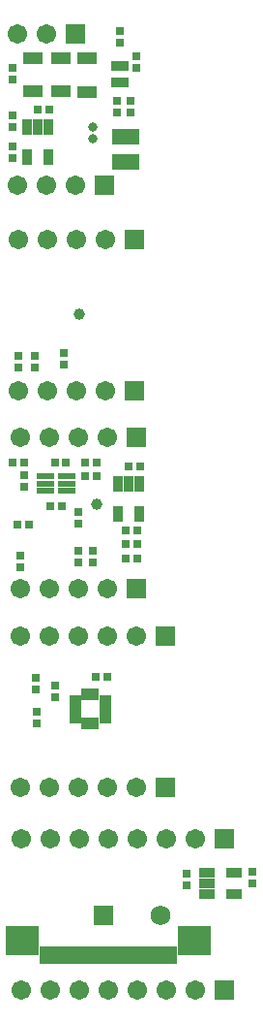
<source format=gbr>
%TF.GenerationSoftware,Altium Limited,Altium Designer,22.6.1 (34)*%
G04 Layer_Color=8388736*
%FSLAX45Y45*%
%MOMM*%
%TF.SameCoordinates,41C29604-6FBD-4392-AD62-CF0DA8D1722B*%
%TF.FilePolarity,Negative*%
%TF.FileFunction,Soldermask,Top*%
%TF.Part,CustomerPanel*%
G01*
G75*
%TA.AperFunction,SMDPad,CuDef*%
%ADD57R,0.80320X0.70320*%
%ADD63R,0.70320X0.80320*%
%ADD65R,1.50320X0.60320*%
%TA.AperFunction,ComponentPad*%
%ADD75R,1.70320X1.70320*%
%ADD76C,1.70320*%
%ADD77C,1.00320*%
%TA.AperFunction,ViaPad*%
%ADD78C,0.83820*%
%TA.AperFunction,ComponentPad*%
%ADD79C,1.72720*%
%ADD80R,1.72720X1.72720*%
%TA.AperFunction,SMDPad,CuDef*%
%ADD86R,0.82320X1.42320*%
%ADD87R,1.80320X1.10320*%
%ADD88R,2.42320X1.44320*%
G04:AMPARAMS|DCode=89|XSize=0.9132mm|YSize=0.5532mm|CornerRadius=0.1891mm|HoleSize=0mm|Usage=FLASHONLY|Rotation=90.000|XOffset=0mm|YOffset=0mm|HoleType=Round|Shape=RoundedRectangle|*
%AMROUNDEDRECTD89*
21,1,0.91320,0.17500,0,0,90.0*
21,1,0.53501,0.55320,0,0,90.0*
1,1,0.37820,0.08750,0.26750*
1,1,0.37820,0.08750,-0.26750*
1,1,0.37820,-0.08750,-0.26750*
1,1,0.37820,-0.08750,0.26750*
%
%ADD89ROUNDEDRECTD89*%
%ADD90R,1.12820X0.50320*%
%ADD91R,0.50320X1.00320*%
%ADD92R,1.45320X0.90320*%
%ADD93R,2.84480X2.51460*%
%ADD94R,0.50800X1.60020*%
D57*
X625988Y3831939D02*
D03*
Y3731939D02*
D03*
X492638Y3831939D02*
D03*
Y3731939D02*
D03*
X-15362Y3693039D02*
D03*
Y3793039D02*
D03*
X492638Y4068487D02*
D03*
Y4168486D02*
D03*
X22738Y4392336D02*
D03*
Y4492336D02*
D03*
X114300Y5536400D02*
D03*
Y5436400D02*
D03*
X-25400Y5536400D02*
D03*
Y5436400D02*
D03*
X372982Y5461800D02*
D03*
Y5561800D02*
D03*
X-76200Y7946952D02*
D03*
Y8046952D02*
D03*
Y7631900D02*
D03*
Y7531900D02*
D03*
Y7265200D02*
D03*
Y7365200D02*
D03*
X838200Y7658900D02*
D03*
Y7758900D02*
D03*
X1003300Y8152600D02*
D03*
Y8052600D02*
D03*
X859292Y8267700D02*
D03*
Y8367700D02*
D03*
X952500Y7658900D02*
D03*
Y7758900D02*
D03*
X131999Y2424900D02*
D03*
Y2324900D02*
D03*
X126999Y2621546D02*
D03*
Y2721546D02*
D03*
X291661Y2657227D02*
D03*
Y2557227D02*
D03*
X1447800Y1014401D02*
D03*
Y914401D02*
D03*
X2019300Y1027901D02*
D03*
Y927901D02*
D03*
D63*
X1037938Y4569339D02*
D03*
X937938D02*
D03*
X557636Y4607439D02*
D03*
X657636D02*
D03*
X1012538Y4007364D02*
D03*
X912538D02*
D03*
Y3896239D02*
D03*
X1012538D02*
D03*
X912538Y3769239D02*
D03*
X1012538D02*
D03*
X252136Y4218939D02*
D03*
X352135D02*
D03*
X390241Y4607439D02*
D03*
X290241D02*
D03*
X21941D02*
D03*
X-78059D02*
D03*
X60838Y4061339D02*
D03*
X-39162D02*
D03*
X557637Y4484439D02*
D03*
X657636D02*
D03*
X240500Y7681900D02*
D03*
X140500D02*
D03*
X748500Y2730500D02*
D03*
X648500D02*
D03*
D65*
X393136Y4484439D02*
D03*
Y4354442D02*
D03*
X211638D02*
D03*
X393136Y4419440D02*
D03*
X211638D02*
D03*
Y4484439D02*
D03*
D75*
X1000638Y4823339D02*
D03*
Y3502539D02*
D03*
X990600Y5232400D02*
D03*
Y6553200D02*
D03*
X723900Y7023100D02*
D03*
X469900Y8343900D02*
D03*
X1257300Y1765300D02*
D03*
Y3086100D02*
D03*
X1778000Y1320801D02*
D03*
Y1D02*
D03*
D76*
X746638Y4823339D02*
D03*
X492638D02*
D03*
X238638D02*
D03*
X-15362D02*
D03*
X746638Y3502539D02*
D03*
X492638D02*
D03*
X238638D02*
D03*
X-15362D02*
D03*
X736600Y5232400D02*
D03*
X482600D02*
D03*
X228600D02*
D03*
X-25400D02*
D03*
X736600Y6553200D02*
D03*
X482600D02*
D03*
X228600D02*
D03*
X-25400D02*
D03*
X-38100Y7023100D02*
D03*
X215900D02*
D03*
X469900D02*
D03*
X215900Y8343900D02*
D03*
X-38100D02*
D03*
X-12700Y1765300D02*
D03*
X241300D02*
D03*
X495300D02*
D03*
X749300D02*
D03*
X1003300D02*
D03*
Y3086100D02*
D03*
X749300D02*
D03*
X495300D02*
D03*
X241300D02*
D03*
X-12700D02*
D03*
X0Y1320801D02*
D03*
X254000D02*
D03*
X508000D02*
D03*
X762000D02*
D03*
X1016000D02*
D03*
X1270000D02*
D03*
X1524000D02*
D03*
X0Y1D02*
D03*
X254000D02*
D03*
X508000D02*
D03*
X762000D02*
D03*
X1016000D02*
D03*
X1270000D02*
D03*
X1524000D02*
D03*
D77*
X657636Y4237539D02*
D03*
X506607Y5902300D02*
D03*
D78*
X623100Y7530300D02*
D03*
Y7430300D02*
D03*
D79*
X1215200Y647701D02*
D03*
D80*
X715200D02*
D03*
D86*
X1032138Y4157440D02*
D03*
X842138D02*
D03*
Y4419440D02*
D03*
X937137D02*
D03*
X1032138D02*
D03*
X234700Y7535100D02*
D03*
X139699D02*
D03*
X44700D02*
D03*
Y7273100D02*
D03*
X234700D02*
D03*
D87*
X341478Y8133788D02*
D03*
Y7843788D02*
D03*
X575113Y8131979D02*
D03*
Y7841979D02*
D03*
X101600Y8133300D02*
D03*
Y7843300D02*
D03*
D88*
X914400Y7231600D02*
D03*
Y7449600D02*
D03*
D89*
X909292Y7925600D02*
D03*
X859292D02*
D03*
X809292Y7926600D02*
D03*
Y8067600D02*
D03*
X859292D02*
D03*
X909292D02*
D03*
D90*
X469900Y2550300D02*
D03*
Y2500300D02*
D03*
Y2450300D02*
D03*
Y2400300D02*
D03*
Y2350300D02*
D03*
X729900D02*
D03*
Y2400300D02*
D03*
Y2450300D02*
D03*
Y2500300D02*
D03*
Y2550300D02*
D03*
D91*
X549900Y2322800D02*
D03*
X599900D02*
D03*
X649900D02*
D03*
Y2577800D02*
D03*
X599900D02*
D03*
X549900D02*
D03*
D92*
X1619900Y1022901D02*
D03*
Y927901D02*
D03*
Y832901D02*
D03*
X1859900D02*
D03*
Y1022901D02*
D03*
D93*
X1511300Y431801D02*
D03*
X7620D02*
D03*
D94*
X185420Y304801D02*
D03*
X233680D02*
D03*
X284480D02*
D03*
X335280D02*
D03*
X383540D02*
D03*
X434340D02*
D03*
X485140D02*
D03*
X533400D02*
D03*
X584200D02*
D03*
X635000D02*
D03*
X683260D02*
D03*
X734060D02*
D03*
X784860D02*
D03*
X835660D02*
D03*
X883920D02*
D03*
X934720D02*
D03*
X985520D02*
D03*
X1033780D02*
D03*
X1084580D02*
D03*
X1135380D02*
D03*
X1183640D02*
D03*
X1234440D02*
D03*
X1285240D02*
D03*
X1333500D02*
D03*
%TF.MD5,0529bab21b6b5d12556bee187c33a161*%
M02*

</source>
